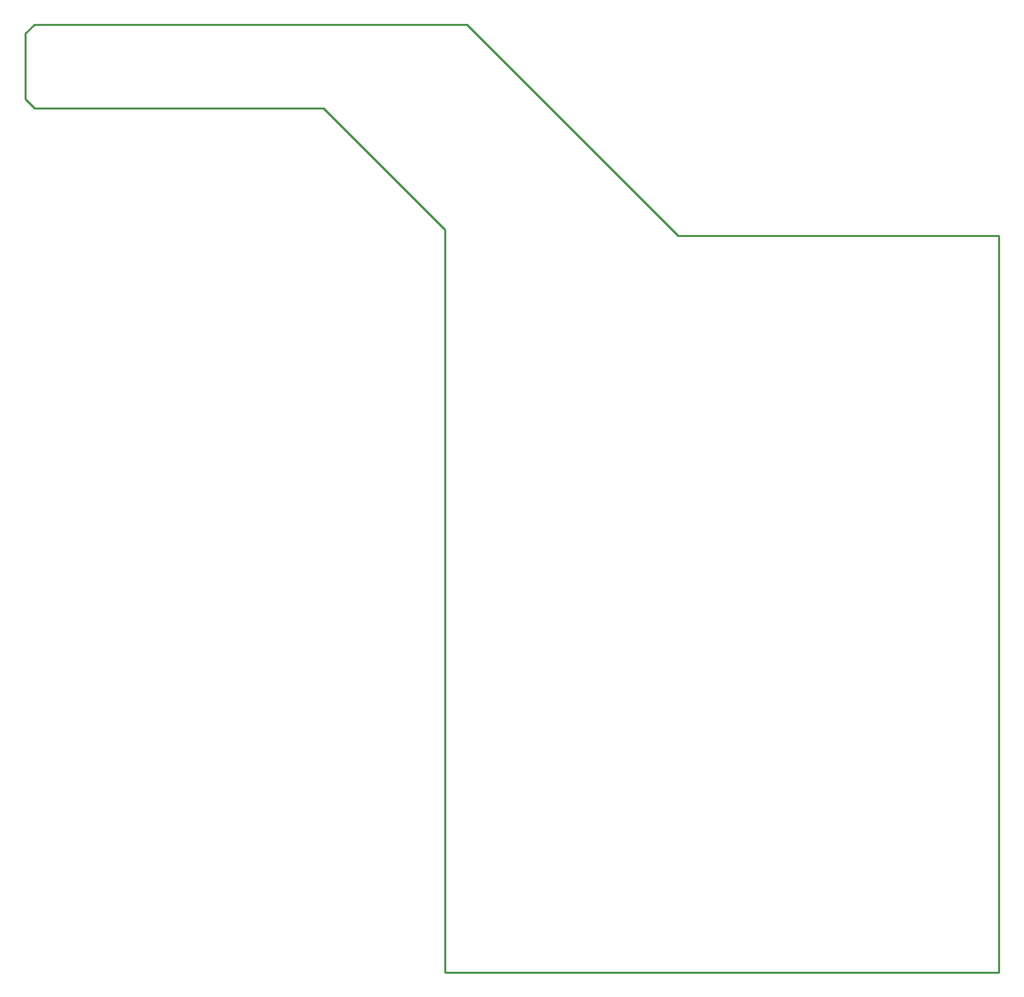
<source format=gm1>
%TF.GenerationSoftware,KiCad,Pcbnew,5.1.12-1.fc35*%
%TF.CreationDate,2022-01-17T09:06:34+01:00*%
%TF.ProjectId,PCB_F4 FMPAC_DIP_IMPRIMIR DEFINITIU copy_2021-07-27,5043425f-4634-4204-964d-5041435f4449,rev?*%
%TF.SameCoordinates,Original*%
%TF.FileFunction,Profile,NP*%
%FSLAX46Y46*%
G04 Gerber Fmt 4.6, Leading zero omitted, Abs format (unit mm)*
G04 Created by KiCad (PCBNEW 5.1.12-1.fc35) date 2022-01-17 09:06:34*
%MOMM*%
%LPD*%
G01*
G04 APERTURE LIST*
%TA.AperFunction,Profile*%
%ADD10C,0.254000*%
%TD*%
G04 APERTURE END LIST*
D10*
X122682000Y-154758000D02*
X193294000Y-154758000D01*
X193294000Y-154758000D02*
X193294000Y-60778000D01*
X193294000Y-60778000D02*
X152400000Y-60778000D01*
X152400000Y-60778000D02*
X125476000Y-33854000D01*
X125476000Y-33854000D02*
X70358000Y-33854000D01*
X70358000Y-33854000D02*
X69215000Y-34997000D01*
X69215000Y-34997000D02*
X69215000Y-43379000D01*
X69215000Y-43379000D02*
X70358000Y-44522000D01*
X70358000Y-44522000D02*
X107188000Y-44522000D01*
X107188000Y-44522000D02*
X122682000Y-60016000D01*
X122682000Y-60016000D02*
X122682000Y-154758000D01*
M02*

</source>
